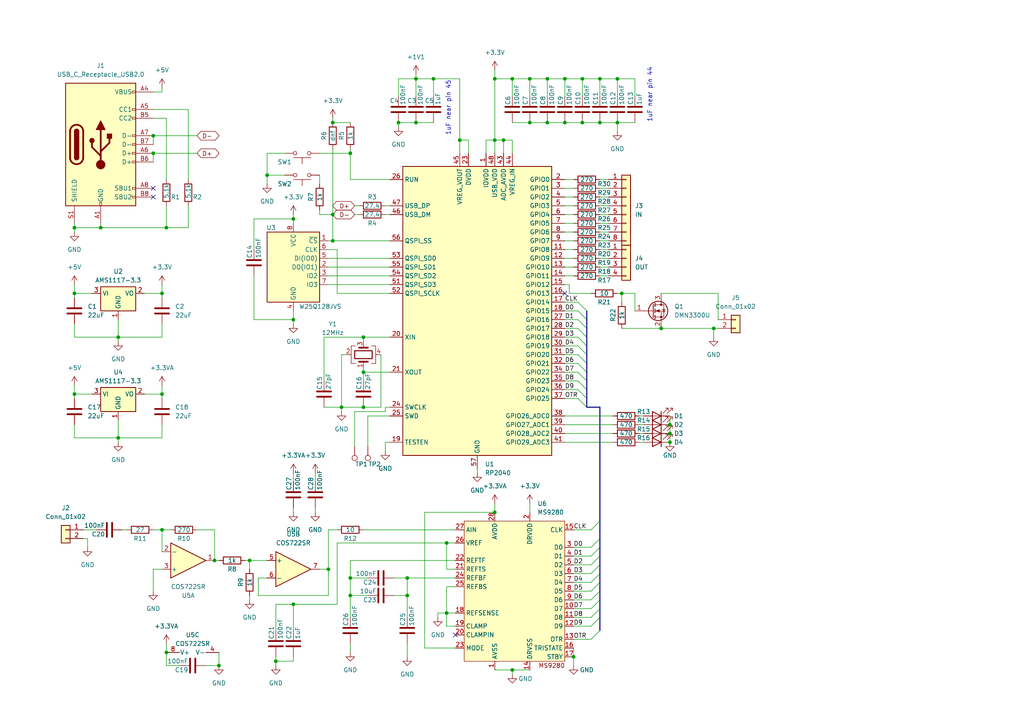
<source format=kicad_sch>
(kicad_sch (version 20230121) (generator eeschema)
  (paper "A4")
  (title_block (title "Glitcher") (date "2023-07-15") (rev "0.1"))
  (bus_alias "ADC" (members "D0" "D1" "D2" "D3" "D4" "D5" "D6" "D7" "D8" "D9" "CLK" "OTR"))
  (junction (at 143.51 22.86))
  (junction (at 129.54 157.48))
  (junction (at 148.59 194.31))
  (junction (at 101.6 172.72))
  (junction (at 63.5 193.04))
  (junction (at 85.09 63.5))
  (junction (at 105.41 107.95))
  (junction (at 62.23 162.56))
  (junction (at 34.29 97.79))
  (junction (at 166.37 190.5))
  (junction (at 194.31 123.19))
  (junction (at 21.59 114.3))
  (junction (at 105.41 97.79))
  (junction (at 118.11 172.72))
  (junction (at 101.6 167.64))
  (junction (at 173.99 35.56))
  (junction (at 85.09 175.26))
  (junction (at 158.75 35.56))
  (junction (at 168.91 22.86))
  (junction (at 153.67 22.86))
  (junction (at 46.99 85.09))
  (junction (at 129.54 177.8))
  (junction (at 95.25 165.1))
  (junction (at 46.99 114.3))
  (junction (at 163.83 22.86))
  (junction (at 115.57 35.56))
  (junction (at 125.73 22.86))
  (junction (at 133.35 40.64))
  (junction (at 96.52 69.85))
  (junction (at 158.75 22.86))
  (junction (at 191.77 95.25))
  (junction (at 96.52 35.56))
  (junction (at 146.05 40.64))
  (junction (at 173.99 22.86))
  (junction (at 96.52 62.23))
  (junction (at 44.45 39.37))
  (junction (at 143.51 40.64))
  (junction (at 118.11 167.64))
  (junction (at 34.29 127))
  (junction (at 120.65 35.56))
  (junction (at 168.91 35.56))
  (junction (at 101.6 44.45))
  (junction (at 48.26 66.04))
  (junction (at 77.47 50.8))
  (junction (at 72.39 162.56))
  (junction (at 153.67 35.56))
  (junction (at 80.01 191.77))
  (junction (at 180.34 85.09))
  (junction (at 148.59 22.86))
  (junction (at 48.26 189.23))
  (junction (at 85.09 92.71))
  (junction (at 21.59 85.09))
  (junction (at 163.83 35.56))
  (junction (at 179.07 35.56))
  (junction (at 99.06 118.11))
  (junction (at 21.59 66.04))
  (junction (at 120.65 22.86))
  (junction (at 143.51 148.59))
  (junction (at 46.99 153.67))
  (junction (at 207.01 95.25))
  (junction (at 179.07 22.86))
  (junction (at 105.41 118.11))
  (junction (at 194.31 125.73))
  (junction (at 29.21 66.04))
  (junction (at 194.31 128.27))
  (junction (at 44.45 44.45))
  (no_connect (at 163.83 85.09))
  (no_connect (at 132.08 184.15))
  (no_connect (at 44.45 57.15))
  (no_connect (at 44.45 54.61))
  (bus_entry (at 167.64 105.41) (size 2.54 2.54))
  (bus_entry (at 167.64 113.03) (size 2.54 2.54))
  (bus_entry (at 171.45 179.07) (size 2.54 -2.54))
  (bus_entry (at 167.64 87.63) (size 2.54 2.54))
  (bus_entry (at 167.64 97.79) (size 2.54 2.54))
  (bus_entry (at 167.64 90.17) (size 2.54 2.54))
  (bus_entry (at 167.64 107.95) (size 2.54 2.54))
  (bus_entry (at 167.64 95.25) (size 2.54 2.54))
  (bus_entry (at 171.45 166.37) (size 2.54 -2.54))
  (bus_entry (at 171.45 168.91) (size 2.54 -2.54))
  (bus_entry (at 167.64 100.33) (size 2.54 2.54))
  (bus_entry (at 171.45 161.29) (size 2.54 -2.54))
  (bus_entry (at 171.45 176.53) (size 2.54 -2.54))
  (bus_entry (at 167.64 110.49) (size 2.54 2.54))
  (bus_entry (at 167.64 92.71) (size 2.54 2.54))
  (bus_entry (at 171.45 158.75) (size 2.54 -2.54))
  (bus_entry (at 171.45 173.99) (size 2.54 -2.54))
  (bus_entry (at 167.64 115.57) (size 2.54 2.54))
  (bus_entry (at 171.45 171.45) (size 2.54 -2.54))
  (bus_entry (at 167.64 102.87) (size 2.54 2.54))
  (bus_entry (at 171.45 163.83) (size 2.54 -2.54))
  (bus_entry (at 171.45 185.42) (size 2.54 -2.54))
  (bus_entry (at 171.45 181.61) (size 2.54 -2.54))
  (bus_entry (at 171.45 153.67) (size 2.54 -2.54))
  (wire (pts (xy 101.6 186.69) (xy 101.6 189.23)))
  (wire (pts (xy 163.83 107.95) (xy 167.64 107.95)))
  (wire (pts (xy 73.66 63.5) (xy 73.66 72.39)))
  (bus (pts (xy 173.99 163.83) (xy 173.99 166.37)))
  (wire (pts (xy 118.11 172.72) (xy 118.11 179.07)))
  (wire (pts (xy 184.15 85.09) (xy 184.15 90.17)))
  (bus (pts (xy 170.18 102.87) (xy 170.18 105.41)))
  (wire (pts (xy 194.31 120.65) (xy 194.31 123.19)))
  (wire (pts (xy 97.79 85.09) (xy 97.79 72.39)))
  (wire (pts (xy 113.03 128.27) (xy 111.76 128.27)))
  (wire (pts (xy 194.31 125.73) (xy 194.31 128.27)))
  (wire (pts (xy 153.67 146.05) (xy 153.67 148.59)))
  (wire (pts (xy 166.37 185.42) (xy 171.45 185.42)))
  (wire (pts (xy 93.98 97.79) (xy 93.98 110.49)))
  (wire (pts (xy 21.59 66.04) (xy 21.59 67.31)))
  (wire (pts (xy 148.59 194.31) (xy 153.67 194.31)))
  (wire (pts (xy 34.29 97.79) (xy 34.29 99.06)))
  (wire (pts (xy 21.59 127) (xy 21.59 123.19)))
  (wire (pts (xy 101.6 172.72) (xy 106.68 172.72)))
  (wire (pts (xy 173.99 57.15) (xy 176.53 57.15)))
  (wire (pts (xy 163.83 77.47) (xy 166.37 77.47)))
  (wire (pts (xy 105.41 153.67) (xy 132.08 153.67)))
  (wire (pts (xy 133.35 44.45) (xy 133.35 40.64)))
  (wire (pts (xy 46.99 111.76) (xy 46.99 114.3)))
  (wire (pts (xy 148.59 35.56) (xy 153.67 35.56)))
  (wire (pts (xy 96.52 43.18) (xy 96.52 62.23)))
  (wire (pts (xy 158.75 22.86) (xy 153.67 22.86)))
  (wire (pts (xy 106.68 129.54) (xy 106.68 120.65)))
  (wire (pts (xy 46.99 153.67) (xy 46.99 160.02)))
  (wire (pts (xy 105.41 107.95) (xy 105.41 110.49)))
  (wire (pts (xy 106.68 120.65) (xy 113.03 120.65)))
  (wire (pts (xy 111.76 62.23) (xy 113.03 62.23)))
  (wire (pts (xy 207.01 95.25) (xy 207.01 97.79)))
  (wire (pts (xy 77.47 50.8) (xy 77.47 53.34)))
  (wire (pts (xy 93.98 97.79) (xy 105.41 97.79)))
  (wire (pts (xy 148.59 40.64) (xy 148.59 44.45)))
  (wire (pts (xy 91.44 147.32) (xy 91.44 148.59)))
  (wire (pts (xy 24.13 153.67) (xy 27.94 153.67)))
  (wire (pts (xy 163.83 59.69) (xy 166.37 59.69)))
  (wire (pts (xy 132.08 162.56) (xy 101.6 162.56)))
  (wire (pts (xy 21.59 86.36) (xy 21.59 85.09)))
  (wire (pts (xy 92.71 165.1) (xy 95.25 165.1)))
  (wire (pts (xy 29.21 66.04) (xy 48.26 66.04)))
  (wire (pts (xy 34.29 97.79) (xy 21.59 97.79)))
  (wire (pts (xy 163.83 22.86) (xy 158.75 22.86)))
  (wire (pts (xy 105.41 118.11) (xy 110.49 118.11)))
  (wire (pts (xy 173.99 77.47) (xy 176.53 77.47)))
  (wire (pts (xy 163.83 87.63) (xy 167.64 87.63)))
  (wire (pts (xy 118.11 172.72) (xy 118.11 167.64)))
  (wire (pts (xy 101.6 44.45) (xy 101.6 52.07)))
  (wire (pts (xy 97.79 72.39) (xy 95.25 72.39)))
  (wire (pts (xy 185.42 123.19) (xy 186.69 123.19)))
  (wire (pts (xy 46.99 97.79) (xy 34.29 97.79)))
  (wire (pts (xy 163.83 64.77) (xy 166.37 64.77)))
  (wire (pts (xy 123.19 187.96) (xy 123.19 148.59)))
  (wire (pts (xy 133.35 40.64) (xy 133.35 22.86)))
  (wire (pts (xy 129.54 177.8) (xy 129.54 170.18)))
  (wire (pts (xy 143.51 22.86) (xy 143.51 40.64)))
  (wire (pts (xy 166.37 171.45) (xy 171.45 171.45)))
  (wire (pts (xy 80.01 191.77) (xy 80.01 193.04)))
  (wire (pts (xy 21.59 111.76) (xy 21.59 114.3)))
  (wire (pts (xy 173.99 80.01) (xy 176.53 80.01)))
  (wire (pts (xy 125.73 22.86) (xy 120.65 22.86)))
  (bus (pts (xy 170.18 107.95) (xy 170.18 110.49)))
  (wire (pts (xy 132.08 181.61) (xy 129.54 181.61)))
  (wire (pts (xy 105.41 107.95) (xy 113.03 107.95)))
  (wire (pts (xy 158.75 22.86) (xy 158.75 27.94)))
  (wire (pts (xy 46.99 25.4) (xy 46.99 26.67)))
  (wire (pts (xy 41.91 85.09) (xy 46.99 85.09)))
  (wire (pts (xy 140.97 40.64) (xy 143.51 40.64)))
  (wire (pts (xy 143.51 40.64) (xy 146.05 40.64)))
  (wire (pts (xy 82.55 44.45) (xy 77.47 44.45)))
  (wire (pts (xy 92.71 44.45) (xy 101.6 44.45)))
  (bus (pts (xy 173.99 166.37) (xy 173.99 168.91)))
  (wire (pts (xy 85.09 63.5) (xy 73.66 63.5)))
  (wire (pts (xy 114.3 172.72) (xy 118.11 172.72)))
  (wire (pts (xy 129.54 165.1) (xy 129.54 157.48)))
  (wire (pts (xy 166.37 176.53) (xy 171.45 176.53)))
  (wire (pts (xy 163.83 113.03) (xy 167.64 113.03)))
  (wire (pts (xy 25.4 156.21) (xy 25.4 158.75)))
  (wire (pts (xy 163.83 110.49) (xy 167.64 110.49)))
  (wire (pts (xy 166.37 163.83) (xy 171.45 163.83)))
  (wire (pts (xy 173.99 67.31) (xy 176.53 67.31)))
  (wire (pts (xy 146.05 40.64) (xy 146.05 44.45)))
  (wire (pts (xy 101.6 52.07) (xy 113.03 52.07)))
  (wire (pts (xy 173.99 22.86) (xy 173.99 27.94)))
  (wire (pts (xy 46.99 115.57) (xy 46.99 114.3)))
  (wire (pts (xy 44.45 165.1) (xy 44.45 171.45)))
  (wire (pts (xy 96.52 35.56) (xy 101.6 35.56)))
  (wire (pts (xy 173.99 52.07) (xy 176.53 52.07)))
  (wire (pts (xy 44.45 31.75) (xy 54.61 31.75)))
  (wire (pts (xy 95.25 77.47) (xy 113.03 77.47)))
  (wire (pts (xy 173.99 22.86) (xy 168.91 22.86)))
  (wire (pts (xy 44.45 39.37) (xy 57.15 39.37)))
  (wire (pts (xy 140.97 44.45) (xy 140.97 40.64)))
  (wire (pts (xy 59.69 193.04) (xy 63.5 193.04)))
  (wire (pts (xy 173.99 64.77) (xy 176.53 64.77)))
  (wire (pts (xy 82.55 50.8) (xy 77.47 50.8)))
  (wire (pts (xy 34.29 127) (xy 21.59 127)))
  (wire (pts (xy 113.03 85.09) (xy 97.79 85.09)))
  (wire (pts (xy 54.61 66.04) (xy 54.61 59.69)))
  (wire (pts (xy 148.59 22.86) (xy 148.59 27.94)))
  (wire (pts (xy 132.08 187.96) (xy 123.19 187.96)))
  (wire (pts (xy 71.12 162.56) (xy 72.39 162.56)))
  (wire (pts (xy 168.91 35.56) (xy 173.99 35.56)))
  (bus (pts (xy 173.99 118.11) (xy 170.18 118.11)))
  (wire (pts (xy 166.37 179.07) (xy 171.45 179.07)))
  (wire (pts (xy 163.83 105.41) (xy 167.64 105.41)))
  (bus (pts (xy 173.99 156.21) (xy 173.99 158.75)))
  (wire (pts (xy 85.09 147.32) (xy 85.09 148.59)))
  (bus (pts (xy 173.99 158.75) (xy 173.99 161.29)))
  (wire (pts (xy 54.61 31.75) (xy 54.61 52.07)))
  (wire (pts (xy 133.35 22.86) (xy 125.73 22.86)))
  (wire (pts (xy 132.08 177.8) (xy 129.54 177.8)))
  (wire (pts (xy 173.99 72.39) (xy 176.53 72.39)))
  (wire (pts (xy 99.06 118.11) (xy 105.41 118.11)))
  (wire (pts (xy 95.25 80.01) (xy 113.03 80.01)))
  (wire (pts (xy 163.83 80.01) (xy 166.37 80.01)))
  (bus (pts (xy 173.99 151.13) (xy 173.99 156.21)))
  (wire (pts (xy 102.87 119.38) (xy 102.87 129.54)))
  (wire (pts (xy 148.59 194.31) (xy 148.59 195.58)))
  (wire (pts (xy 208.28 92.71) (xy 208.28 85.09)))
  (bus (pts (xy 170.18 90.17) (xy 170.18 92.71)))
  (wire (pts (xy 166.37 168.91) (xy 171.45 168.91)))
  (wire (pts (xy 46.99 26.67) (xy 44.45 26.67)))
  (wire (pts (xy 118.11 167.64) (xy 132.08 167.64)))
  (wire (pts (xy 163.83 22.86) (xy 163.83 27.94)))
  (wire (pts (xy 100.33 102.87) (xy 99.06 102.87)))
  (wire (pts (xy 163.83 62.23) (xy 166.37 62.23)))
  (bus (pts (xy 170.18 97.79) (xy 170.18 100.33)))
  (wire (pts (xy 111.76 118.11) (xy 111.76 119.38)))
  (wire (pts (xy 153.67 22.86) (xy 153.67 27.94)))
  (wire (pts (xy 85.09 92.71) (xy 85.09 93.98)))
  (wire (pts (xy 146.05 40.64) (xy 148.59 40.64)))
  (wire (pts (xy 129.54 181.61) (xy 129.54 177.8)))
  (wire (pts (xy 163.83 92.71) (xy 167.64 92.71)))
  (wire (pts (xy 120.65 22.86) (xy 120.65 27.94)))
  (wire (pts (xy 129.54 170.18) (xy 132.08 170.18)))
  (wire (pts (xy 179.07 35.56) (xy 184.15 35.56)))
  (wire (pts (xy 166.37 161.29) (xy 171.45 161.29)))
  (wire (pts (xy 92.71 50.8) (xy 92.71 53.34)))
  (wire (pts (xy 46.99 86.36) (xy 46.99 85.09)))
  (wire (pts (xy 143.51 194.31) (xy 148.59 194.31)))
  (wire (pts (xy 48.26 34.29) (xy 44.45 34.29)))
  (wire (pts (xy 102.87 62.23) (xy 104.14 62.23)))
  (bus (pts (xy 173.99 168.91) (xy 173.99 171.45)))
  (wire (pts (xy 163.83 72.39) (xy 166.37 72.39)))
  (wire (pts (xy 91.44 137.16) (xy 91.44 139.7)))
  (wire (pts (xy 34.29 97.79) (xy 34.29 92.71)))
  (wire (pts (xy 179.07 22.86) (xy 173.99 22.86)))
  (wire (pts (xy 115.57 35.56) (xy 115.57 36.83)))
  (wire (pts (xy 80.01 182.88) (xy 80.01 175.26)))
  (wire (pts (xy 92.71 62.23) (xy 96.52 62.23)))
  (wire (pts (xy 48.26 66.04) (xy 54.61 66.04)))
  (wire (pts (xy 163.83 115.57) (xy 167.64 115.57)))
  (wire (pts (xy 166.37 187.96) (xy 166.37 190.5)))
  (wire (pts (xy 168.91 22.86) (xy 163.83 22.86)))
  (wire (pts (xy 208.28 85.09) (xy 191.77 85.09)))
  (wire (pts (xy 46.99 127) (xy 34.29 127)))
  (wire (pts (xy 135.89 40.64) (xy 135.89 44.45)))
  (wire (pts (xy 173.99 62.23) (xy 176.53 62.23)))
  (wire (pts (xy 95.25 82.55) (xy 113.03 82.55)))
  (wire (pts (xy 77.47 44.45) (xy 77.47 50.8)))
  (wire (pts (xy 41.91 114.3) (xy 46.99 114.3)))
  (wire (pts (xy 74.93 172.72) (xy 74.93 167.64)))
  (wire (pts (xy 72.39 162.56) (xy 72.39 165.1)))
  (wire (pts (xy 85.09 137.16) (xy 85.09 139.7)))
  (wire (pts (xy 179.07 27.94) (xy 179.07 22.86)))
  (wire (pts (xy 48.26 52.07) (xy 48.26 34.29)))
  (wire (pts (xy 80.01 175.26) (xy 85.09 175.26)))
  (wire (pts (xy 129.54 157.48) (xy 97.79 157.48)))
  (wire (pts (xy 125.73 27.94) (xy 125.73 22.86)))
  (wire (pts (xy 163.83 52.07) (xy 166.37 52.07)))
  (wire (pts (xy 21.59 115.57) (xy 21.59 114.3)))
  (wire (pts (xy 143.51 146.05) (xy 143.51 148.59)))
  (wire (pts (xy 184.15 27.94) (xy 184.15 22.86)))
  (wire (pts (xy 163.83 128.27) (xy 177.8 128.27)))
  (wire (pts (xy 85.09 63.5) (xy 85.09 64.77)))
  (wire (pts (xy 163.83 97.79) (xy 167.64 97.79)))
  (wire (pts (xy 21.59 114.3) (xy 26.67 114.3)))
  (wire (pts (xy 115.57 22.86) (xy 120.65 22.86)))
  (wire (pts (xy 62.23 162.56) (xy 63.5 162.56)))
  (wire (pts (xy 163.83 95.25) (xy 167.64 95.25)))
  (bus (pts (xy 170.18 95.25) (xy 170.18 97.79)))
  (wire (pts (xy 113.03 118.11) (xy 111.76 118.11)))
  (wire (pts (xy 95.25 172.72) (xy 74.93 172.72)))
  (wire (pts (xy 163.83 123.19) (xy 177.8 123.19)))
  (wire (pts (xy 48.26 193.04) (xy 48.26 189.23)))
  (bus (pts (xy 173.99 173.99) (xy 173.99 176.53)))
  (wire (pts (xy 127 177.8) (xy 127 179.07)))
  (wire (pts (xy 158.75 35.56) (xy 163.83 35.56)))
  (wire (pts (xy 101.6 162.56) (xy 101.6 167.64)))
  (wire (pts (xy 80.01 190.5) (xy 80.01 191.77)))
  (wire (pts (xy 21.59 66.04) (xy 29.21 66.04)))
  (wire (pts (xy 52.07 193.04) (xy 48.26 193.04)))
  (wire (pts (xy 34.29 127) (xy 34.29 121.92)))
  (wire (pts (xy 166.37 166.37) (xy 171.45 166.37)))
  (wire (pts (xy 173.99 74.93) (xy 176.53 74.93)))
  (wire (pts (xy 105.41 97.79) (xy 113.03 97.79)))
  (wire (pts (xy 21.59 97.79) (xy 21.59 93.98)))
  (bus (pts (xy 173.99 161.29) (xy 173.99 163.83)))
  (wire (pts (xy 95.25 165.1) (xy 95.25 172.72)))
  (wire (pts (xy 63.5 193.04) (xy 63.5 189.23)))
  (wire (pts (xy 21.59 64.77) (xy 21.59 66.04)))
  (wire (pts (xy 96.52 34.29) (xy 96.52 35.56)))
  (wire (pts (xy 49.53 153.67) (xy 46.99 153.67)))
  (wire (pts (xy 153.67 22.86) (xy 148.59 22.86)))
  (wire (pts (xy 180.34 95.25) (xy 191.77 95.25)))
  (wire (pts (xy 95.25 153.67) (xy 97.79 153.67)))
  (wire (pts (xy 163.83 102.87) (xy 167.64 102.87)))
  (bus (pts (xy 173.99 171.45) (xy 173.99 173.99)))
  (wire (pts (xy 111.76 59.69) (xy 113.03 59.69)))
  (wire (pts (xy 105.41 106.68) (xy 105.41 107.95)))
  (wire (pts (xy 72.39 172.72) (xy 72.39 173.99)))
  (wire (pts (xy 46.99 93.98) (xy 46.99 97.79)))
  (wire (pts (xy 163.83 57.15) (xy 166.37 57.15)))
  (wire (pts (xy 123.19 148.59) (xy 143.51 148.59)))
  (wire (pts (xy 163.83 54.61) (xy 166.37 54.61)))
  (wire (pts (xy 165.1 82.55) (xy 165.1 85.09)))
  (wire (pts (xy 48.26 66.04) (xy 48.26 59.69)))
  (wire (pts (xy 166.37 173.99) (xy 171.45 173.99)))
  (wire (pts (xy 74.93 167.64) (xy 77.47 167.64)))
  (wire (pts (xy 127 177.8) (xy 129.54 177.8)))
  (wire (pts (xy 173.99 69.85) (xy 176.53 69.85)))
  (wire (pts (xy 35.56 153.67) (xy 36.83 153.67)))
  (wire (pts (xy 111.76 128.27) (xy 111.76 130.81)))
  (bus (pts (xy 170.18 105.41) (xy 170.18 107.95)))
  (wire (pts (xy 166.37 190.5) (xy 166.37 193.04)))
  (wire (pts (xy 85.09 191.77) (xy 85.09 190.5)))
  (wire (pts (xy 111.76 119.38) (xy 102.87 119.38)))
  (wire (pts (xy 132.08 165.1) (xy 129.54 165.1)))
  (wire (pts (xy 99.06 118.11) (xy 99.06 119.38)))
  (wire (pts (xy 21.59 82.55) (xy 21.59 85.09)))
  (wire (pts (xy 191.77 95.25) (xy 207.01 95.25)))
  (wire (pts (xy 44.45 39.37) (xy 44.45 41.91)))
  (wire (pts (xy 166.37 181.61) (xy 171.45 181.61)))
  (wire (pts (xy 166.37 153.67) (xy 171.45 153.67)))
  (wire (pts (xy 95.25 74.93) (xy 113.03 74.93)))
  (wire (pts (xy 73.66 92.71) (xy 85.09 92.71)))
  (bus (pts (xy 170.18 100.33) (xy 170.18 102.87)))
  (wire (pts (xy 179.07 85.09) (xy 180.34 85.09)))
  (wire (pts (xy 163.83 120.65) (xy 177.8 120.65)))
  (wire (pts (xy 114.3 167.64) (xy 118.11 167.64)))
  (bus (pts (xy 173.99 179.07) (xy 173.99 182.88)))
  (wire (pts (xy 85.09 175.26) (xy 97.79 175.26)))
  (wire (pts (xy 163.83 82.55) (xy 165.1 82.55)))
  (wire (pts (xy 185.42 128.27) (xy 186.69 128.27)))
  (wire (pts (xy 92.71 60.96) (xy 92.71 62.23)))
  (wire (pts (xy 166.37 158.75) (xy 171.45 158.75)))
  (wire (pts (xy 62.23 153.67) (xy 62.23 162.56)))
  (wire (pts (xy 179.07 35.56) (xy 179.07 38.1)))
  (wire (pts (xy 99.06 118.11) (xy 93.98 118.11)))
  (wire (pts (xy 153.67 35.56) (xy 158.75 35.56)))
  (bus (pts (xy 170.18 110.49) (xy 170.18 113.03)))
  (wire (pts (xy 110.49 118.11) (xy 110.49 102.87)))
  (wire (pts (xy 44.45 44.45) (xy 57.15 44.45)))
  (wire (pts (xy 185.42 120.65) (xy 186.69 120.65)))
  (wire (pts (xy 101.6 167.64) (xy 101.6 172.72)))
  (wire (pts (xy 24.13 156.21) (xy 25.4 156.21)))
  (wire (pts (xy 57.15 153.67) (xy 62.23 153.67)))
  (wire (pts (xy 184.15 22.86) (xy 179.07 22.86)))
  (wire (pts (xy 44.45 153.67) (xy 46.99 153.67)))
  (wire (pts (xy 118.11 186.69) (xy 118.11 190.5)))
  (wire (pts (xy 133.35 40.64) (xy 135.89 40.64)))
  (wire (pts (xy 101.6 172.72) (xy 101.6 179.07)))
  (wire (pts (xy 96.52 62.23) (xy 96.52 69.85)))
  (wire (pts (xy 173.99 35.56) (xy 179.07 35.56)))
  (wire (pts (xy 173.99 54.61) (xy 176.53 54.61)))
  (wire (pts (xy 29.21 66.04) (xy 29.21 64.77)))
  (wire (pts (xy 46.99 165.1) (xy 44.45 165.1)))
  (wire (pts (xy 44.45 44.45) (xy 44.45 46.99)))
  (wire (pts (xy 95.25 165.1) (xy 95.25 153.67)))
  (wire (pts (xy 21.59 85.09) (xy 26.67 85.09)))
  (wire (pts (xy 165.1 85.09) (xy 171.45 85.09)))
  (wire (pts (xy 180.34 85.09) (xy 180.34 87.63)))
  (wire (pts (xy 163.83 67.31) (xy 166.37 67.31)))
  (wire (pts (xy 85.09 175.26) (xy 85.09 182.88)))
  (bus (pts (xy 173.99 118.11) (xy 173.99 151.13)))
  (bus (pts (xy 170.18 113.03) (xy 170.18 115.57)))
  (wire (pts (xy 80.01 191.77) (xy 85.09 191.77)))
  (wire (pts (xy 34.29 127) (xy 34.29 128.27)))
  (wire (pts (xy 120.65 35.56) (xy 125.73 35.56)))
  (wire (pts (xy 46.99 82.55) (xy 46.99 85.09)))
  (wire (pts (xy 73.66 80.01) (xy 73.66 92.71)))
  (wire (pts (xy 194.31 123.19) (xy 194.31 125.73)))
  (wire (pts (xy 48.26 186.69) (xy 48.26 189.23)))
  (wire (pts (xy 101.6 43.18) (xy 101.6 44.45)))
  (wire (pts (xy 163.83 74.93) (xy 166.37 74.93)))
  (wire (pts (xy 168.91 22.86) (xy 168.91 27.94)))
  (wire (pts (xy 97.79 157.48) (xy 97.79 175.26)))
  (wire (pts (xy 163.83 125.73) (xy 177.8 125.73)))
  (wire (pts (xy 99.06 102.87) (xy 99.06 118.11)))
  (wire (pts (xy 180.34 85.09) (xy 184.15 85.09)))
  (wire (pts (xy 101.6 167.64) (xy 106.68 167.64)))
  (wire (pts (xy 163.83 35.56) (xy 168.91 35.56)))
  (wire (pts (xy 143.51 40.64) (xy 143.51 44.45)))
  (wire (pts (xy 138.43 135.89) (xy 138.43 137.16)))
  (wire (pts (xy 105.41 99.06) (xy 105.41 97.79)))
  (wire (pts (xy 163.83 69.85) (xy 166.37 69.85)))
  (wire (pts (xy 208.28 95.25) (xy 207.01 95.25)))
  (wire (pts (xy 46.99 123.19) (xy 46.99 127)))
  (wire (pts (xy 95.25 69.85) (xy 96.52 69.85)))
  (wire (pts (xy 72.39 162.56) (xy 77.47 162.56)))
  (bus (pts (xy 170.18 92.71) (xy 170.18 95.25)))
  (wire (pts (xy 102.87 59.69) (xy 104.14 59.69)))
  (wire (pts (xy 120.65 21.59) (xy 120.65 22.86)))
  (wire (pts (xy 163.83 100.33) (xy 167.64 100.33)))
  (bus (pts (xy 173.99 176.53) (xy 173.99 179.07)))
  (wire (pts (xy 132.08 157.48) (xy 129.54 157.48)))
  (wire (pts (xy 185.42 125.73) (xy 186.69 125.73)))
  (wire (pts (xy 85.09 92.71) (xy 85.09 90.17)))
  (wire (pts (xy 143.51 20.32) (xy 143.51 22.86)))
  (wire (pts (xy 96.52 69.85) (xy 113.03 69.85)))
  (bus (pts (xy 170.18 115.57) (xy 170.18 118.11)))
  (wire (pts (xy 148.59 22.86) (xy 143.51 22.86)))
  (wire (pts (xy 115.57 27.94) (xy 115.57 22.86)))
  (wire (pts (xy 115.57 35.56) (xy 120.65 35.56)))
  (wire (pts (xy 163.83 90.17) (xy 167.64 90.17)))
  (wire (pts (xy 173.99 59.69) (xy 176.53 59.69)))
  (wire (pts (xy 85.09 62.23) (xy 85.09 63.5)))
  (text "1uF near pin 45" (at 130.81 39.37 90) (effects (font (size 1.27 1.27)) (justify left bottom)))
  (text "1uF near pin 44" (at 189.23 35.56 90) (effects (font (size 1.27 1.27)) (justify left bottom)))
  (label "D5" (at 166.37 171.45 0))
  (label "D1" (at 163.83 92.71 0))
  (label "D7" (at 166.37 176.53 0))
  (label "D8" (at 166.37 179.07 0))
  (label "D5" (at 163.83 102.87 0))
  (label "OTR" (at 163.83 115.57 0))
  (label "CLK" (at 163.83 87.63 0))
  (label "D3" (at 163.83 97.79 0))
  (label "D3" (at 166.37 166.37 0))
  (label "D9" (at 166.37 181.61 0))
  (label "D0" (at 163.83 90.17 0))
  (label "D6" (at 163.83 105.41 0))
  (label "D9" (at 163.83 113.03 0))
  (label "CLK" (at 166.37 153.67 0))
  (label "D6" (at 166.37 173.99 0))
  (label "D8" (at 163.83 110.49 0))
  (label "D2" (at 166.37 163.83 0))
  (label "D7" (at 163.83 107.95 0))
  (label "D4" (at 166.37 168.91 0))
  (label "D0" (at 166.37 158.75 0))
  (label "D1" (at 166.37 161.29 0))
  (label "OTR" (at 166.37 185.42 0))
  (label "D2" (at 163.83 95.25 0))
  (label "D4" (at 163.83 100.33 0))
  (global_label "D+" (shape bidirectional) (at 57.15 44.45 0) (property "Intersheetrefs" "${INTERSHEET_REFS}" (effects hide)))
  (global_label "D-" (shape bidirectional) (at 102.87 62.23 180) (property "Intersheetrefs" "${INTERSHEET_REFS}" (effects hide)))
  (global_label "D+" (shape bidirectional) (at 102.87 59.69 180) (property "Intersheetrefs" "${INTERSHEET_REFS}" (effects hide)))
  (global_label "D-" (shape bidirectional) (at 57.15 39.37 0) (property "Intersheetrefs" "${INTERSHEET_REFS}" (effects hide)))
  (symbol (lib_id "Device:C") (at 110.49 167.64 90) (unit 1)
    (property "Reference" "C24" (at 109.22 168.91 90) (effects (justify left)))
    (property "Value" "100nF" (at 109.22 166.37 90) (effects (justify left)))
    (property "Footprint" "Capacitor_SMD:C_0603_1608Metric" (effects hide))
    (property "LCSC" "C14663" (effects hide))
  )
  (symbol (lib_id "power:+3.3V") (at 85.09 62.23 0) (unit 1)
    (property "Reference" "#PWR09" (effects hide))
    (property "Value" "+3.3V" (at 85.09 57.15 0))
  )
  (symbol (lib_id "Device:C") (at 173.99 31.75 0) (unit 1)
    (property "Reference" "C11" (at 172.72 30.48 90) (effects (justify left)))
    (property "Value" "100nF" (at 175.26 30.48 90) (effects (justify left)))
    (property "Footprint" "Capacitor_SMD:C_0603_1608Metric" (effects hide))
    (property "LCSC" "C14663" (effects hide))
  )
  (symbol (lib_id "power:+5V") (at 21.59 82.55 0) (unit 1)
    (property "Reference" "#PWR02" (effects hide))
    (property "Value" "+5V" (at 21.59 77.47 0))
  )
  (symbol (lib_id "power:+5V") (at 21.59 111.76 0) (unit 1)
    (property "Reference" "#PWR017" (effects hide))
    (property "Value" "+5V" (at 21.59 106.68 0))
  )
  (symbol (lib_id "Device:LED") (at 190.5 120.65 180) (unit 1)
    (property "Reference" "D1" (at 196.85 120.65 0))
    (property "Value" "LED" (effects hide))
    (property "Footprint" "LED_SMD:LED_0805_2012Metric" (effects hide))
    (property "LCSC" "C84256" (effects hide))
  )
  (symbol (lib_id "Device:R") (at 48.26 55.88 0) (mirror x) (unit 1)
    (property "Reference" "R1" (at 49.53 57.15 0) (effects (justify left)))
    (property "Value" "5.1k" (at 48.26 53.34 90) (effects (justify left)))
    (property "Footprint" "Resistor_SMD:R_0603_1608Metric" (effects hide))
    (property "LCSC" "C23186" (effects hide))
  )
  (symbol (lib_id "power:+3.3V") (at 153.67 146.05 0) (unit 1)
    (property "Reference" "#PWR030" (effects hide))
    (property "Value" "+3.3V" (at 153.67 140.97 0))
  )
  (symbol (lib_id "Device:C") (at 46.99 119.38 0) (unit 1)
    (property "Reference" "C18" (at 50.8 118.11 0) (effects (justify left)))
    (property "Value" "22uF" (at 50.8 120.65 0) (effects (justify left)))
    (property "Footprint" "Capacitor_SMD:C_0805_2012Metric" (effects hide))
    (property "LCSC" "C45783" (effects hide))
  )
  (symbol (lib_id "Device:R") (at 170.18 74.93 270) (unit 1)
    (property "Reference" "R19" (at 175.26 76.2 90))
    (property "Value" "270" (at 170.18 74.93 90))
    (property "Footprint" "Resistor_SMD:R_0603_1608Metric" (effects hide))
    (property "LCSC" "C22966" (effects hide))
  )
  (symbol (lib_id "power:+3.3V") (at 91.44 137.16 0) (unit 1)
    (property "Reference" "#PWR033" (effects hide))
    (property "Value" "+3.3V" (at 91.44 132.08 0))
  )
  (symbol (lib_id "Device:C") (at 115.57 31.75 0) (unit 1)
    (property "Reference" "C4" (at 113.03 29.21 0) (effects (justify left)))
    (property "Value" "100nF" (at 116.84 30.48 90) (effects (justify left)))
    (property "Footprint" "Capacitor_SMD:C_0603_1608Metric" (effects hide))
    (property "LCSC" "C14663" (effects hide))
  )
  (symbol (lib_id "MS9280:MS9280") (at 148.59 167.64 0) (unit 1)
    (property "Reference" "U6" (at 155.8641 146.05 0) (effects (justify left)))
    (property "Value" "MS9280" (at 155.8641 148.59 0) (effects (justify left)))
    (property "Footprint" "Package_SO:SSOP-28_5.3x10.2mm_P0.65mm" (effects hide))
    (property "LCSC" "C1509021" (effects hide))
  )
  (symbol (lib_id "Device:C") (at 153.67 31.75 0) (unit 1)
    (property "Reference" "C7" (at 152.4 30.48 90) (effects (justify left)))
    (property "Value" "100nF" (at 154.94 30.48 90) (effects (justify left)))
    (property "Footprint" "Capacitor_SMD:C_0603_1608Metric" (effects hide))
    (property "LCSC" "C14663" (effects hide))
  )
  (symbol (lib_id "Connector_Generic:Conn_01x08") (at 181.61 59.69 0) (unit 1)
    (property "Reference" "J3" (at 184.15 59.69 0) (effects (justify left)))
    (property "Value" "IN" (at 184.15 62.23 0) (effects (justify left)))
    (property "Footprint" "Connector_PinHeader_2.54mm:PinHeader_1x08_P2.54mm_Vertical" (effects hide))
  )
  (symbol (lib_id "power:GND") (at 207.01 97.79 0) (mirror y) (unit 1)
    (property "Reference" "#PWR038" (effects hide))
    (property "Value" "GND" (at 207.01 102.87 0))
  )
  (symbol (lib_id "Device:R") (at 107.95 62.23 90) (unit 1)
    (property "Reference" "R4" (at 107.95 64.77 90))
    (property "Value" "27.4" (at 107.95 62.23 90))
    (property "Footprint" "Resistor_SMD:R_0603_1608Metric" (effects hide))
    (property "LCSC" "C5126244" (effects hide))
  )
  (symbol (lib_id "power:GND") (at 101.6 189.23 0) (unit 1)
    (property "Reference" "#PWR027" (effects hide))
    (property "Value" "GND" (at 101.6 194.31 0))
  )
  (symbol (lib_id "Device:C") (at 85.09 143.51 0) (unit 1)
    (property "Reference" "C27" (at 83.82 142.24 90) (effects (justify left)))
    (property "Value" "100nF" (at 86.36 142.24 90) (effects (justify left)))
    (property "Footprint" "Capacitor_SMD:C_0603_1608Metric" (effects hide))
    (property "LCSC" "C14663" (effects hide))
  )
  (symbol (lib_id "Device:R") (at 170.18 69.85 270) (unit 1)
    (property "Reference" "R23" (at 175.26 71.12 90))
    (property "Value" "270" (at 170.18 69.85 90))
    (property "Footprint" "Resistor_SMD:R_0603_1608Metric" (effects hide))
    (property "LCSC" "C22966" (effects hide))
  )
  (symbol (lib_id "power:GND") (at 99.06 119.38 0) (unit 1)
    (property "Reference" "#PWR013" (effects hide))
    (property "Value" "GND" (at 99.06 124.46 0))
  )
  (symbol (lib_id "power:+3.3VA") (at 143.51 146.05 0) (unit 1)
    (property "Reference" "#PWR029" (effects hide))
    (property "Value" "+3.3VA" (at 143.51 140.97 0))
  )
  (symbol (lib_id "power:GND") (at 138.43 137.16 0) (unit 1)
    (property "Reference" "#PWR015" (effects hide))
    (property "Value" "GND" (at 138.43 142.24 0))
  )
  (symbol (lib_id "Device:R") (at 170.18 77.47 270) (unit 1)
    (property "Reference" "R18" (at 175.26 78.74 90))
    (property "Value" "270" (at 170.18 77.47 90))
    (property "Footprint" "Resistor_SMD:R_0603_1608Metric" (effects hide))
    (property "LCSC" "C22966" (effects hide))
  )
  (symbol (lib_id "Transistor_FET:DMN3300U") (at 189.23 90.17 0) (unit 1)
    (property "Reference" "Q1" (at 195.58 88.9 0) (effects (justify left)))
    (property "Value" "DMN3300U" (at 195.58 91.44 0) (effects (justify left)))
    (property "Footprint" "Package_TO_SOT_SMD:SOT-23" (effects hide))
    (property "Datasheet" "http://www.diodes.com/assets/Datasheets/ds31181.pdf" (effects hide))
    (property "LCSC" "C461018" (effects hide))
  )
  (symbol (lib_id "Device:C") (at 110.49 172.72 90) (unit 1)
    (property "Reference" "C23" (at 109.22 173.99 90) (effects (justify left)))
    (property "Value" "10uF" (at 109.22 171.45 90) (effects (justify left)))
    (property "Footprint" "Capacitor_SMD:C_0603_1608Metric" (effects hide))
    (property "LCSC" "C19702" (effects hide))
  )
  (symbol (lib_id "Device:R") (at 53.34 153.67 270) (unit 1)
    (property "Reference" "R10" (at 53.34 156.21 90))
    (property "Value" "270" (at 53.34 153.67 90))
    (property "Footprint" "Resistor_SMD:R_0603_1608Metric" (effects hide))
    (property "LCSC" "C22966" (effects hide))
  )
  (symbol (lib_id "Device:C") (at 101.6 182.88 0) (unit 1)
    (property "Reference" "C26" (at 100.33 181.61 90) (effects (justify left)))
    (property "Value" "100nF" (at 102.87 181.61 90) (effects (justify left)))
    (property "Footprint" "Capacitor_SMD:C_0603_1608Metric" (effects hide))
    (property "LCSC" "C14663" (effects hide))
  )
  (symbol (lib_id "MCU_RaspberryPi:RP2040") (at 138.43 90.17 0) (unit 1)
    (property "Reference" "U1" (at 140.6241 134.62 0) (effects (justify left)))
    (property "Value" "RP2040" (at 140.6241 137.16 0) (effects (justify left)))
    (property "Footprint" "Package_DFN_QFN:QFN-56-1EP_7x7mm_P0.4mm_EP3.2x3.2mm" (effects hide))
    (property "Datasheet" "https://datasheets.raspberrypi.com/rp2040/rp2040-datasheet.pdf" (effects hide))
    (property "LCSC" "C2040" (effects hide))
  )
  (symbol (lib_id "Device:C") (at 21.59 90.17 0) (unit 1)
    (property "Reference" "C1" (at 25.4 88.9 0) (effects (justify left)))
    (property "Value" "22uF" (at 25.4 91.44 0) (effects (justify left)))
    (property "Footprint" "Capacitor_SMD:C_0805_2012Metric" (effects hide))
    (property "LCSC" "C45783" (effects hide))
  )
  (symbol (lib_id "Connector:USB_C_Receptacle_USB2.0") (at 29.21 41.91 0) (unit 1)
    (property "Reference" "J1" (at 29.21 19.05 0))
    (property "Value" "USB_C_Receptacle_USB2.0" (at 29.21 21.59 0))
    (property "Footprint" "Connector_USB:USB_C_Receptacle_HRO_TYPE-C-31-M-12" (effects hide))
    (property "Datasheet" "https://www.usb.org/sites/default/files/documents/usb_type-c.zip" (effects hide))
    (property "LCSC" "C165948" (effects hide))
  )
  (symbol (lib_id "power:GND") (at 21.59 67.31 0) (unit 1)
    (property "Reference" "#PWR01" (effects hide))
    (property "Value" "GND" (at 21.59 72.39 0))
  )
  (symbol (lib_id "Switch:SW_Push") (at 87.63 50.8 0) (mirror x) (unit 1)
    (property "Reference" "SW2" (at 82.55 53.34 0))
    (property "Value" "SW_Push" (effects hide))
    (property "Footprint" "Button_Switch_SMD:SW_Push_1P1T_NO_6x6mm_H9.5mm" (effects hide))
    (property "LCSC" "C2888576" (effects hide))
  )
  (symbol (lib_id "power:GND") (at 85.09 148.59 0) (unit 1)
    (property "Reference" "#PWR034" (effects hide))
    (property "Value" "GND" (at 85.09 153.67 0))
  )
  (symbol (lib_id "Device:Crystal_GND24") (at 105.41 102.87 90) (unit 1)
    (property "Reference" "Y1" (at 96.52 93.98 90))
    (property "Value" "12MHz" (at 96.52 96.52 90))
    (property "Footprint" "Crystal:Crystal_SMD_3225-4Pin_3.2x2.5mm" (effects hide))
    (property "LCSC" "C9002" (effects hide))
  )
  (symbol (lib_id "Connector_Generic:Conn_01x02") (at 213.36 92.71 0) (unit 1)
    (property "Reference" "J5" (at 213.36 86.36 0))
    (property "Value" "Conn_01x02" (at 213.36 88.9 0))
    (property "Footprint" "Connector_PinHeader_2.54mm:PinHeader_1x02_P2.54mm_Vertical" (effects hide))
  )
  (symbol (lib_id "Device:R") (at 67.31 162.56 270) (unit 1)
    (property "Reference" "R8" (at 67.31 165.1 90))
    (property "Value" "1k" (at 67.31 162.56 90))
    (property "Footprint" "Resistor_SMD:R_0603_1608Metric" (effects hide))
    (property "LCSC" "C21190" (effects hide))
  )
  (symbol (lib_id "Regulator_Linear:AMS1117-3.3") (at 34.29 85.09 0) (unit 1)
    (property "Reference" "U2" (at 34.29 78.74 0))
    (property "Value" "AMS1117-3.3" (at 34.29 81.28 0))
    (property "Footprint" "Package_TO_SOT_SMD:SOT-223-3_TabPin2" (effects hide))
    (property "Datasheet" "http://www.advanced-monolithic.com/pdf/ds1117.pdf" (effects hide))
    (property "LCSC" "C6186" (effects hide))
  )
  (symbol (lib_id "Device:R") (at 181.61 128.27 270) (mirror x) (unit 1)
    (property "Reference" "R16" (at 186.69 127 90))
    (property "Value" "470" (at 181.61 128.27 90))
    (property "Footprint" "Resistor_SMD:R_0603_1608Metric" (effects hide))
    (property "LCSC" "C23179" (effects hide))
  )
  (symbol (lib_id "power:GND") (at 166.37 193.04 0) (unit 1)
    (property "Reference" "#PWR036" (effects hide))
    (property "Value" "GND" (at 170.18 194.31 0))
  )
  (symbol (lib_id "Connector:TestPoint") (at 106.68 129.54 180) (unit 1)
    (property "Reference" "TP2" (at 110.49 134.62 0) (effects (justify left)))
    (property "Value" "TestPoint" (effects hide))
    (property "Footprint" "TestPoint:TestPoint_Bridge_Pitch2.54mm_Drill1.3mm" (effects hide))
  )
  (symbol (lib_id "Device:C") (at 93.98 114.3 0) (unit 1)
    (property "Reference" "C15" (at 92.71 113.03 90) (effects (justify left)))
    (property "Value" "27pF" (at 95.25 113.03 90) (effects (justify left)))
    (property "Footprint" "Capacitor_SMD:C_0603_1608Metric" (effects hide))
    (property "LCSC" "C107045" (effects hide))
  )
  (symbol (lib_id "power:GND") (at 91.44 148.59 0) (unit 1)
    (property "Reference" "#PWR035" (effects hide))
    (property "Value" "GND" (at 91.44 153.67 0))
  )
  (symbol (lib_id "Device:C") (at 168.91 31.75 0) (unit 1)
    (property "Reference" "C10" (at 167.64 30.48 90) (effects (justify left)))
    (property "Value" "100nF" (at 170.18 30.48 90) (effects (justify left)))
    (property "Footprint" "Capacitor_SMD:C_0603_1608Metric" (effects hide))
    (property "LCSC" "C14663" (effects hide))
  )
  (symbol (lib_id "Device:C") (at 73.66 76.2 0) (unit 1)
    (property "Reference" "C14" (at 72.39 74.93 90) (effects (justify left)))
    (property "Value" "100nF" (at 74.93 74.93 90) (effects (justify left)))
    (property "Footprint" "Capacitor_SMD:C_0603_1608Metric" (effects hide))
    (property "LCSC" "C14663" (effects hide))
  )
  (symbol (lib_id "Device:LED") (at 190.5 125.73 180) (unit 1)
    (property "Reference" "D3" (at 196.85 125.73 0))
    (property "Value" "LED" (effects hide))
    (property "Footprint" "LED_SMD:LED_0805_2012Metric" (effects hide))
    (property "LCSC" "C2297" (effects hide))
  )
  (symbol (lib_id "Device:C") (at 105.41 114.3 0) (unit 1)
    (property "Reference" "C16" (at 104.14 113.03 90) (effects (justify left)))
    (property "Value" "27pF" (at 106.68 113.03 90) (effects (justify left)))
    (property "Footprint" "Capacitor_SMD:C_0603_1608Metric" (effects hide))
    (property "LCSC" "C107045" (effects hide))
  )
  (symbol (lib_id "Memory_Flash:W25Q128JVS") (at 85.09 77.47 0) (mirror y) (unit 1)
    (property "Reference" "U3" (at 80.01 66.04 0) (effects (justify left)))
    (property "Value" "W25Q128JVS" (at 99.06 88.9 0) (effects (justify left)))
    (property "Footprint" "Package_SO:SOIC-8_5.23x5.23mm_P1.27mm" (effects hide))
    (property "Datasheet" "http://www.winbond.com/resource-files/w25q128jv_dtr%20revc%2003272018%20plus.pdf" (effects hide))
    (property "LCSC" "C97521" (effects hide))
  )
  (symbol (lib_id "Device:R") (at 170.18 52.07 270) (unit 1)
    (property "Reference" "R30" (at 175.26 53.34 90))
    (property "Value" "270" (at 170.18 52.07 90))
    (property "Footprint" "Resistor_SMD:R_0603_1608Metric" (effects hide))
    (property "LCSC" "C22966" (effects hide))
  )
  (symbol (lib_id "Device:C") (at 179.07 31.75 0) (unit 1)
    (property "Reference" "C12" (at 177.8 30.48 90) (effects (justify left)))
    (property "Value" "100nF" (at 180.34 30.48 90) (effects (justify left)))
    (property "Footprint" "Capacitor_SMD:C_0603_1608Metric" (effects hide))
    (property "LCSC" "C14663" (effects hide))
  )
  (symbol (lib_id "power:GND") (at 118.11 190.5 0) (unit 1)
    (property "Reference" "#PWR028" (effects hide))
    (property "Value" "GND" (at 118.11 195.58 0))
  )
  (symbol (lib_id "Device:LED") (at 190.5 123.19 180) (unit 1)
    (property "Reference" "D2" (at 196.85 123.19 0))
    (property "Value" "LED" (effects hide))
    (property "Footprint" "LED_SMD:LED_0805_2012Metric" (effects hide))
    (property "LCSC" "C2296" (effects hide))
  )
  (symbol (lib_id "Device:C") (at 31.75 153.67 90) (unit 1)
    (property "Reference" "C20" (at 30.48 154.94 90) (effects (justify left)))
    (property "Value" "100nF" (at 30.48 152.4 90) (effects (justify left)))
    (property "Footprint" "Capacitor_SMD:C_0603_1608Metric" (effects hide))
    (property "LCSC" "C14663" (effects hide))
  )
  (symbol (lib_id "Device:R") (at 181.61 120.65 270) (mirror x) (unit 1)
    (property "Reference" "R13" (at 186.69 119.38 90))
    (property "Value" "470" (at 181.61 120.65 90))
    (property "Footprint" "Resistor_SMD:R_0603_1608Metric" (effects hide))
    (property "LCSC" "C23179" (effects hide))
  )
  (symbol (lib_id "Device:R") (at 181.61 123.19 270) (mirror x) (unit 1)
    (property "Reference" "R14" (at 186.69 121.92 90))
    (property "Value" "470" (at 181.61 123.19 90))
    (property "Footprint" "Resistor_SMD:R_0603_1608Metric" (effects hide))
    (property "LCSC" "C23179" (effects hide))
  )
  (symbol (lib_id "Device:C") (at 21.59 119.38 0) (unit 1)
    (property "Reference" "C17" (at 25.4 118.11 0) (effects (justify left)))
    (property "Value" "22uF" (at 25.4 120.65 0) (effects (justify left)))
    (property "Footprint" "Capacitor_SMD:C_0805_2012Metric" (effects hide))
    (property "LCSC" "C45783" (effects hide))
  )
  (symbol (lib_id "Device:C") (at 158.75 31.75 0) (unit 1)
    (property "Reference" "C8" (at 157.48 30.48 90) (effects (justify left)))
    (property "Value" "100nF" (at 160.02 30.48 90) (effects (justify left)))
    (property "Footprint" "Capacitor_SMD:C_0603_1608Metric" (effects hide))
    (property "LCSC" "C14663" (effects hide))
  )
  (symbol (lib_id "Amplifier_Operational:LM2904") (at 55.88 186.69 90) (unit 3)
    (property "Reference" "U5" (at 55.88 184.15 90))
    (property "Value" "COS722SR" (at 55.88 186.69 90))
    (property "Footprint" "Package_SO:SOP-8_3.9x4.9mm_P1.27mm" (effects hide))
    (property "Datasheet" "http://www.ti.com/lit/ds/symlink/lm358.pdf" (effects hide))
    (property "LCSC" "C693063" (effects hide))
  )
  (symbol (lib_id "Device:R") (at 92.71 57.15 180) (unit 1)
    (property "Reference" "R7" (at 90.17 57.15 90))
    (property "Value" "1k" (at 92.71 57.15 90))
    (property "Footprint" "Resistor_SMD:R_0603_1608Metric" (effects hide))
    (property "LCSC" "C21190" (effects hide))
  )
  (symbol (lib_id "power:+3.3V") (at 143.51 20.32 0) (unit 1)
    (property "Reference" "#PWR07" (effects hide))
    (property "Value" "+3.3V" (at 143.51 15.24 0))
  )
  (symbol (lib_id "Device:C") (at 184.15 31.75 0) (unit 1)
    (property "Reference" "C13" (at 182.88 30.48 90) (effects (justify left)))
    (property "Value" "1uF" (at 185.42 30.48 90) (effects (justify left)))
    (property "Footprint" "Capacitor_SMD:C_0603_1608Metric" (effects hide))
    (property "LCSC" "C15849" (effects hide))
  )
  (symbol (lib_id "Device:R") (at 170.18 59.69 270) (unit 1)
    (property "Reference" "R27" (at 175.26 60.96 90))
    (property "Value" "270" (at 170.18 59.69 90))
    (property "Footprint" "Resistor_SMD:R_0603_1608Metric" (effects hide))
    (property "LCSC" "C22966" (effects hide))
  )
  (symbol (lib_id "Device:R") (at 170.18 54.61 270) (unit 1)
    (property "Reference" "R29" (at 175.26 55.88 90))
    (property "Value" "270" (at 170.18 54.61 90))
    (property "Footprint" "Resistor_SMD:R_0603_1608Metric" (effects hide))
    (property "LCSC" "C22966" (effects hide))
  )
  (symbol (lib_id "Device:LED") (at 190.5 128.27 180) (unit 1)
    (property "Reference" "D4" (at 196.85 128.27 0))
    (property "Value" "LED" (effects hide))
    (property "Footprint" "LED_SMD:LED_0805_2012Metric" (effects hide))
    (property "LCSC" "C2297" (effects hide))
  )
  (symbol (lib_id "power:GND") (at 63.5 193.04 0) (unit 1)
    (property "Reference" "#PWR022" (effects hide))
    (property "Value" "GND" (at 63.5 198.12 0))
  )
  (symbol (lib_id "power:GND") (at 34.29 128.27 0) (unit 1)
    (property "Reference" "#PWR018" (effects hide))
    (property "Value" "GND" (at 34.29 133.35 0))
  )
  (symbol (lib_id "Device:C") (at 148.59 31.75 0) (unit 1)
    (property "Reference" "C6" (at 147.32 30.48 90) (effects (justify left)))
    (property "Value" "100nF" (at 149.86 30.48 90) (effects (justify left)))
    (property "Footprint" "Capacitor_SMD:C_0603_1608Metric" (effects hide))
    (property "LCSC" "C14663" (effects hide))
  )
  (symbol (lib_id "Device:C") (at 163.83 31.75 0) (unit 1)
    (property "Reference" "C9" (at 162.56 30.48 90) (effects (justify left)))
    (property "Value" "100nF" (at 165.1 30.48 90) (effects (justify left)))
    (property "Footprint" "Capacitor_SMD:C_0603_1608Metric" (effects hide))
    (property "LCSC" "C14663" (effects hide))
  )
  (symbol (lib_id "power:+3.3VA") (at 46.99 111.76 0) (unit 1)
    (property "Reference" "#PWR020" (effects hide))
    (property "Value" "+3.3VA" (at 46.99 106.68 0))
  )
  (symbol (lib_id "Device:R") (at 170.18 80.01 270) (unit 1)
    (property "Reference" "R17" (at 175.26 81.28 90))
    (property "Value" "270" (at 170.18 80.01 90))
    (property "Footprint" "Resistor_SMD:R_0603_1608Metric" (effects hide))
    (property "LCSC" "C22966" (effects hide))
  )
  (symbol (lib_id "power:GND") (at 115.57 36.83 0) (unit 1)
    (property "Reference" "#PWR05" (effects hide))
    (property "Value" "GND" (at 115.57 41.91 0))
  )
  (symbol (lib_id "Connector:TestPoint") (at 102.87 129.54 180) (unit 1)
    (property "Reference" "TP1" (at 106.68 134.62 0) (effects (justify left)))
    (property "Value" "TestPoint" (effects hide))
    (property "Footprint" "TestPoint:TestPoint_Bridge_Pitch2.54mm_Drill1.3mm" (effects hide))
  )
  (symbol (lib_id "power:GND") (at 34.29 99.06 0) (unit 1)
    (property "Reference" "#PWR03" (effects hide))
    (property "Value" "GND" (at 34.29 104.14 0))
  )
  (symbol (lib_id "Device:R") (at 170.18 72.39 270) (unit 1)
    (property "Reference" "R20" (at 175.26 73.66 90))
    (property "Value" "270" (at 170.18 72.39 90))
    (property "Footprint" "Resistor_SMD:R_0603_1608Metric" (effects hide))
    (property "LCSC" "C22966" (effects hide))
  )
  (symbol (lib_id "power:GND") (at 127 179.07 0) (unit 1)
    (property "Reference" "#PWR025" (effects hide))
    (property "Value" "GND" (at 127 184.15 0))
  )
  (symbol (lib_id "power:GND") (at 25.4 158.75 0) (unit 1)
    (property "Reference" "#PWR024" (effects hide))
    (property "Value" "GND" (at 25.4 163.83 0))
  )
  (symbol (lib_id "power:+3.3V") (at 96.52 34.29 0) (unit 1)
    (property "Reference" "#PWR012" (effects hide))
    (property "Value" "+3.3V" (at 96.52 29.21 0))
  )
  (symbol (lib_id "Device:C") (at 91.44 143.51 0) (unit 1)
    (property "Reference" "C28" (at 90.17 142.24 90) (effects (justify left)))
    (property "Value" "100nF" (at 92.71 142.24 90) (effects (justify left)))
    (property "Footprint" "Capacitor_SMD:C_0603_1608Metric" (effects hide))
    (property "LCSC" "C14663" (effects hide))
  )
  (symbol (lib_id "Device:C") (at 80.01 186.69 0) (unit 1)
    (property "Reference" "C21" (at 78.74 185.42 90) (effects (justify left)))
    (property "Value" "100nF" (at 81.28 185.42 90) (effects (justify left)))
    (property "Footprint" "Capacitor_SMD:C_0603_1608Metric" (effects hide))
    (property "LCSC" "C14663" (effects hide))
  )
  (symbol (lib_id "Connector_Generic:Conn_01x02") (at 19.05 153.67 0) (mirror y) (unit 1)
    (property "Reference" "J2" (at 19.05 147.32 0))
    (property "Value" "Conn_01x02" (at 19.05 149.86 0))
    (property "Footprint" "Connector_PinHeader_2.54mm:PinHeader_1x02_P2.54mm_Horizontal" (effects hide))
  )
  (symbol (lib_id "Device:C") (at 118.11 182.88 0) (unit 1)
    (property "Reference" "C25" (at 116.84 181.61 90) (effects (justify left)))
    (property "Value" "100nF" (at 119.38 181.61 90) (effects (justify left)))
    (property "Footprint" "Capacitor_SMD:C_0603_1608Metric" (effects hide))
    (property "LCSC" "C14663" (effects hide))
  )
  (symbol (lib_id "Device:R") (at 170.18 57.15 270) (unit 1)
    (property "Reference" "R28" (at 175.26 58.42 90))
    (property "Value" "270" (at 170.18 57.15 90))
    (property "Footprint" "Resistor_SMD:R_0603_1608Metric" (effects hide))
    (property "LCSC" "C22966" (effects hide))
  )
  (symbol (lib_id "power:GND") (at 72.39 173.99 0) (unit 1)
    (property "Reference" "#PWR019" (effects hide))
    (property "Value" "GND" (at 72.39 179.07 0))
  )
  (symbol (lib_id "power:GND") (at 80.01 193.04 0) (unit 1)
    (property "Reference" "#PWR026" (effects hide))
    (property "Value" "GND" (at 80.01 198.12 0))
  )
  (symbol (lib_id "Device:C") (at 85.09 186.69 0) (unit 1)
    (property "Reference" "C22" (at 83.82 185.42 90) (effects (justify left)))
    (property "Value" "1uF" (at 86.36 185.42 90) (effects (justify left)))
    (property "Footprint" "Capacitor_SMD:C_0603_1608Metric" (effects hide))
    (property "LCSC" "C15849" (effects hide))
  )
  (symbol (lib_id "power:GND") (at 77.47 53.34 0) (unit 1)
    (property "Reference" "#PWR011" (effects hide))
    (property "Value" "GND" (at 77.47 58.42 0))
  )
  (symbol (lib_id "power:GND") (at 148.59 195.58 0) (unit 1)
    (property "Reference" "#PWR031" (effects hide))
    (property "Value" "GND" (at 152.4 196.85 0))
  )
  (symbol (lib_id "Device:R") (at 170.18 64.77 270) (unit 1)
    (property "Reference" "R25" (at 175.26 66.04 90))
    (property "Value" "270" (at 170.18 64.77 90))
    (property "Footprint" "Resistor_SMD:R_0603_1608Metric" (effects hide))
    (property "LCSC" "C22966" (effects hide))
  )
  (symbol (lib_id "Device:R") (at 101.6 153.67 270) (unit 1)
    (property "Reference" "R12" (at 101.6 156.21 90))
    (property "Value" "10" (at 101.6 153.67 90))
    (property "Footprint" "Resistor_SMD:R_0603_1608Metric" (effects hide))
    (property "LCSC" "C22859" (effects hide))
  )
  (symbol (lib_id "power:GND") (at 85.09 93.98 0) (unit 1)
    (property "Reference" "#PWR010" (effects hide))
    (property "Value" "GND" (at 85.09 99.06 0))
  )
  (symbol (lib_id "Device:R") (at 181.61 125.73 270) (mirror x) (unit 1)
    (property "Reference" "R15" (at 186.69 124.46 90))
    (property "Value" "470" (at 181.61 125.73 90))
    (property "Footprint" "Resistor_SMD:R_0603_1608Metric" (effects hide))
    (property "LCSC" "C23179" (effects hide))
  )
  (symbol (lib_id "Device:R") (at 96.52 39.37 180) (unit 1)
    (property "Reference" "R6" (at 93.98 39.37 90))
    (property "Value" "dnf" (at 96.52 39.37 90))
    (property "Footprint" "Resistor_SMD:R_0603_1608Metric" (effects hide))
  )
  (symbol (lib_id "power:+3.3VA") (at 48.26 186.69 0) (unit 1)
    (property "Reference" "#PWR023" (effects hide))
    (property "Value" "+3.3VA" (at 48.26 181.61 0))
  )
  (symbol (lib_id "Device:C") (at 46.99 90.17 0) (unit 1)
    (property "Reference" "C2" (at 50.8 88.9 0) (effects (justify left)))
    (property "Value" "22uF" (at 50.8 91.44 0) (effects (justify left)))
    (property "Footprint" "Capacitor_SMD:C_0805_2012Metric" (effects hide))
    (property "LCSC" "C45783" (effects hide))
  )
  (symbol (lib_id "power:GND") (at 111.76 130.81 0) (unit 1)
    (property "Reference" "#PWR014" (effects hide))
    (property "Value" "GND" (at 111.76 135.89 0))
  )
  (symbol (lib_id "Device:R") (at 72.39 168.91 180) (unit 1)
    (property "Reference" "R9" (at 69.85 168.91 90))
    (property "Value" "1k" (at 72.39 168.91 90))
    (property "Footprint" "Resistor_SMD:R_0603_1608Metric" (effects hide))
    (property "LCSC" "C21190" (effects hide))
  )
  (symbol (lib_id "Device:R") (at 175.26 85.09 270) (unit 1)
    (property "Reference" "R21" (at 175.26 87.63 90))
    (property "Value" "10" (at 175.26 85.09 90))
    (property "Footprint" "Resistor_SMD:R_0603_1608Metric" (effects hide))
    (property "LCSC" "C22859" (effects hide))
  )
  (symbol (lib_id "Regulator_Linear:AMS1117-3.3") (at 34.29 114.3 0) (unit 1)
    (property "Reference" "U4" (at 34.29 107.95 0))
    (property "Value" "AMS1117-3.3" (at 34.29 110.49 0))
    (property "Footprint" "Package_TO_SOT_SMD:SOT-223-3_TabPin2" (effects hide))
    (property "Datasheet" "http://www.advanced-monolithic.com/pdf/ds1117.pdf" (effects hide))
    (property "LCSC" "C6186" (effects hide))
  )
  (symbol (lib_id "Device:R") (at 101.6 39.37 180) (unit 1)
    (property "Reference" "R5" (at 99.06 39.37 90))
    (property "Value" "1k" (at 101.6 39.37 90))
    (property "Footprint" "Resistor_SMD:R_0603_1608Metric" (effects hide))
    (property "LCSC" "C21190" (effects hide))
  )
  (symbol (lib_id "Amplifier_Operational:LM2904") (at 54.61 162.56 0) (mirror x) (unit 1)
    (property "Reference" "U5" (at 54.61 172.72 0))
    (property "Value" "COS722SR" (at 54.61 170.18 0))
    (property "Footprint" "Package_SO:SOP-8_3.9x4.9mm_P1.27mm" (effects hide))
    (property "Datasheet" "http://www.ti.com/lit/ds/symlink/lm358.pdf" (effects hide))
    (property "LCSC" "C693063" (effects hide))
  )
  (symbol (lib_id "power:+3.3VA") (at 85.09 137.16 0) (unit 1)
    (property "Reference" "#PWR032" (effects hide))
    (property "Value" "+3.3VA" (at 85.09 132.08 0))
  )
  (symbol (lib_id "power:+5V") (at 46.99 25.4 0) (unit 1)
    (property "Reference" "#PWR016" (effects hide))
    (property "Value" "+5V" (at 46.99 20.32 0))
  )
  (symbol (lib_id "power:GND") (at 179.07 38.1 0) (unit 1)
    (property "Reference" "#PWR08" (effects hide))
    (property "Value" "GND" (at 179.07 43.18 0))
  )
  (symbol (lib_id "Device:C") (at 125.73 31.75 0) (unit 1)
    (property "Reference" "C5" (at 123.19 29.21 0) (effects (justify left)))
    (property "Value" "1uF" (at 127 30.48 90) (effects (justify left)))
    (property "Footprint" "Capacitor_SMD:C_0603_1608Metric" (effects hide))
    (property "LCSC" "C15849" (effects hide))
  )
  (symbol (lib_id "Device:R") (at 40.64 153.67 270) (unit 1)
    (property "Reference" "R11" (at 40.64 156.21 90))
    (property "Value" "27" (at 40.64 153.67 90))
    (property "Footprint" "Resistor_SMD:R_0603_1608Metric" (effects hide))
    (property "LCSC" "C25190" (effects hide))
  )
  (symbol (lib_id "power:GND") (at 194.31 128.27 0) (unit 1)
    (property "Reference" "#PWR037" (effects hide))
    (property "Value" "GND" (at 194.31 132.08 0))
  )
  (symbol (lib_id "Device:C") (at 55.88 193.04 90) (unit 1)
    (property "Reference" "C19" (at 54.61 194.31 90) (effects (justify left)))
    (property "Value" "100nF" (at 54.61 191.77 90) (effects (justify left)))
    (property "Footprint" "Capacitor_SMD:C_0603_1608Metric" (effects hide))
    (property "LCSC" "C14663" (effects hide))
  )
  (symbol (lib_id "Device:R") (at 107.95 59.69 90) (unit 1)
    (property "Reference" "R3" (at 107.95 57.15 90))
    (property "Value" "27.4" (at 107.95 59.69 90))
    (property "Footprint" "Resistor_SMD:R_0603_1608Metric" (effects hide))
    (property "LCSC" "C5126244" (effects hide))
  )
  (symbol (lib_id "Device:R") (at 54.61 55.88 0) (mirror x) (unit 1)
    (property "Reference" "R2" (at 55.88 57.15 0) (effects (justify left)))
    (property "Value" "5.1k" (at 54.61 53.34 90) (effects (justify left)))
    (property "Footprint" "Resistor_SMD:R_0603_1608Metric" (effects hide))
    (property "LCSC" "C23186" (effects hide))
  )
  (symbol (lib_id "Amplifier_Operational:LM2904") (at 85.09 165.1 0) (unit 2)
    (property "Reference" "U5" (at 85.09 154.94 0))
    (property "Value" "COS722SR" (at 85.09 157.48 0))
    (property "Footprint" "Package_SO:SOP-8_3.9x4.9mm_P1.27mm" (effects hide))
    (property "Datasheet" "http://www.ti.com/lit/ds/symlink/lm358.pdf" (effects hide))
    (property "LCSC" "C693063" (effects hide))
  )
  (symbol (lib_id "Switch:SW_Push") (at 87.63 44.45 0) (mirror x) (unit 1)
    (property "Reference" "SW1" (at 82.55 46.99 0))
    (property "Value" "SW_Push" (effects hide))
    (property "Footprint" "Button_Switch_SMD:SW_Push_1P1T_NO_6x6mm_H9.5mm" (effects hide))
    (property "LCSC" "C2888576" (effects hide))
  )
  (symbol (lib_id "power:GND") (at 44.45 171.45 0) (unit 1)
    (property "Reference" "#PWR021" (effects hide))
    (property "Value" "GND" (at 44.45 176.53 0))
  )
  (symbol (lib_id "Device:R") (at 180.34 91.44 180) (unit 1)
    (property "Reference" "R22" (at 177.8 91.44 90))
    (property "Value" "1k" (at 180.34 91.44 90))
    (property "Footprint" "Resistor_SMD:R_0603_1608Metric" (effects hide))
    (property "LCSC" "C21190" (effects hide))
  )
  (symbol (lib_id "power:+3.3V") (at 46.99 82.55 0) (unit 1)
    (property "Reference" "#PWR04" (effects hide))
    (property "Value" "+3.3V" (at 46.99 77.47 0))
  )
  (symbol (lib_id "Device:C") (at 120.65 31.75 0) (unit 1)
    (property "Reference" "C3" (at 118.11 29.21 0) (effects (justify left)))
    (property "Value" "100nF" (at 121.92 30.48 90) (effects (justify left)))
    (property "Footprint" "Capacitor_SMD:C_0603_1608Metric" (effects hide))
    (property "LCSC" "C14663" (effects hide))
  )
  (symbol (lib_id "Connector_Generic:Conn_01x04") (at 181.61 74.93 0) (unit 1)
    (property "Reference" "J4" (at 184.15 74.93 0) (effects (justify left)))
    (property "Value" "OUT" (at 184.15 77.47 0) (effects (justify left)))
    (property "Footprint" "Connector_PinHeader_2.54mm:PinHeader_1x04_P2.54mm_Vertical" (effects hide))
  )
  (symbol (lib_id "power:+1V1") (at 120.65 21.59 0) (unit 1)
    (property "Reference" "#PWR06" (effects hide))
    (property "Value" "+1V1" (at 120.65 16.51 0))
  )
  (symbol (lib_id "Device:R") (at 170.18 67.31 270) (unit 1)
    (property "Reference" "R24" (at 175.26 68.58 90))
    (property "Value" "270" (at 170.18 67.31 90))
    (property "Footprint" "Resistor_SMD:R_0603_1608Metric" (effects hide))
    (property "LCSC" "C22966" (effects hide))
  )
  (symbol (lib_id "Device:R") (at 170.18 62.23 270) (unit 1)
    (property "Reference" "R26" (at 175.26 63.5 90))
    (property "Value" "270" (at 170.18 62.23 90))
    (property "Footprint" "Resistor_SMD:R_0603_1608Metric" (effects hide))
    (property "LCSC" "C22966" (effects hide))
  )
)
</source>
